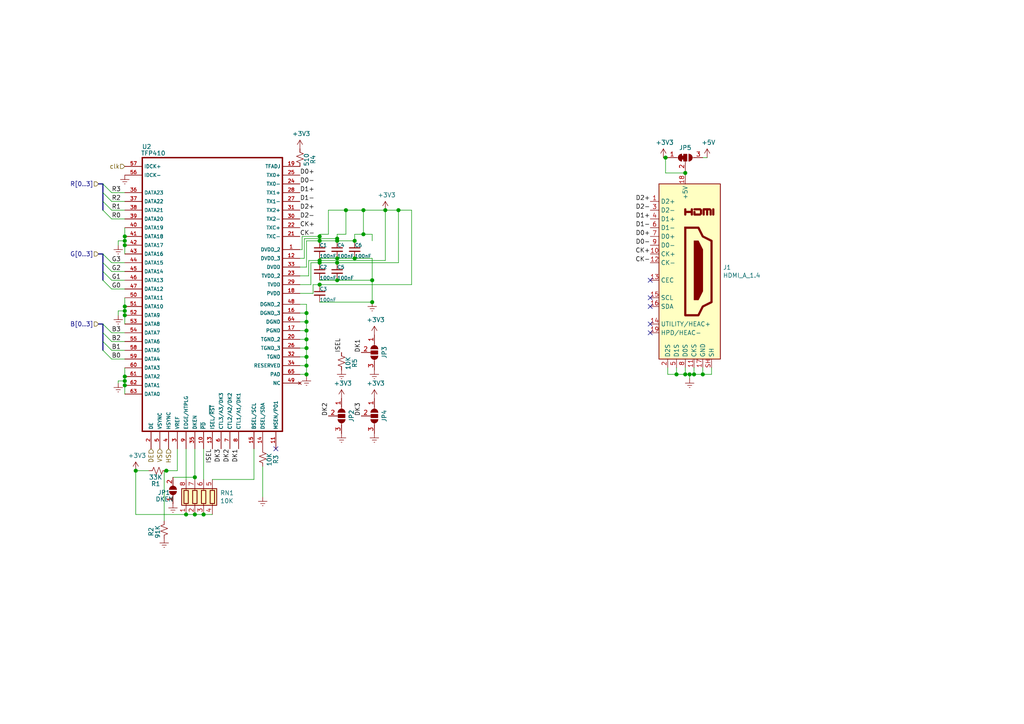
<source format=kicad_sch>
(kicad_sch (version 20200714) (host eeschema "(5.99.0-2671-gfc0a358ba)")
  (page 5 5)
  (paper "A4")
  (lib_symbols
    (symbol "Connector:HDMI_A_1.4" (pin_names (offset 0.508))
      (property "Reference" "J" (at -6.35 26.67 0))
      (property "Value" "HDMI_A_1.4" (at 10.16 26.67 0))
      (symbol "HDMI_A_1.4_0_1"
        (rectangle (start -7.62 25.4) (end 10.16 -25.4) (stroke (width 0.254)) (fill (type background)))
        (polyline (pts (xy 2.54 8.89) (xy 3.81 8.89) (xy 5.08 6.35) (xy 5.08 -5.715) (xy 3.81 -8.255) (xy 2.54 -8.255) (xy 2.54 8.89)) (fill (type outline)))
        (polyline (pts (xy 5.334 16.51) (xy 5.334 18.034) (xy 6.35 18.034) (xy 6.35 16.51) (xy 6.35 18.034) (xy 7.112 18.034) (xy 7.366 17.78) (xy 7.366 16.51)) (stroke (width 0.635)))
        (polyline (pts (xy 0 12.7) (xy 0 -12.7) (xy 3.81 -12.7) (xy 5.08 -10.16) (xy 7.62 -8.89) (xy 7.62 8.89) (xy 5.08 10.16) (xy 3.81 12.7) (xy 0 12.7)) (stroke (width 0.635)))
      )
      (symbol "HDMI_A_1.4_0_0"
        (polyline (pts (xy 8.128 16.51) (xy 8.128 18.034)) (stroke (width 0.635)))
        (polyline (pts (xy 0 16.51) (xy 0 18.034) (xy 0 17.272) (xy 1.905 17.272) (xy 1.905 18.034) (xy 1.905 16.51)) (stroke (width 0.635)))
        (polyline (pts (xy 2.667 18.034) (xy 4.318 18.034) (xy 4.572 17.78) (xy 4.572 16.764) (xy 4.318 16.51) (xy 2.667 16.51) (xy 2.667 17.272)) (stroke (width 0.635)))
      )
      (symbol "HDMI_A_1.4_1_1"
        (pin passive line (at -10.16 20.32 0) (length 2.54) (name "D2+") (number "1"))
        (pin passive line (at -10.16 5.08 0) (length 2.54) (name "CK+") (number "10"))
        (pin power_in line (at 2.54 -27.94 90) (length 2.54) (name "CKS") (number "11"))
        (pin passive line (at -10.16 2.54 0) (length 2.54) (name "CK-") (number "12"))
        (pin bidirectional line (at -10.16 -2.54 0) (length 2.54) (name "CEC") (number "13"))
        (pin passive line (at -10.16 -15.24 0) (length 2.54) (name "UTILITY/HEAC+") (number "14"))
        (pin passive line (at -10.16 -7.62 0) (length 2.54) (name "SCL") (number "15"))
        (pin bidirectional line (at -10.16 -10.16 0) (length 2.54) (name "SDA") (number "16"))
        (pin power_in line (at 5.08 -27.94 90) (length 2.54) (name "GND") (number "17"))
        (pin power_in line (at 0 27.94 270) (length 2.54) (name "+5V") (number "18"))
        (pin passive line (at -10.16 -17.78 0) (length 2.54) (name "HPD/HEAC-") (number "19"))
        (pin power_in line (at -5.08 -27.94 90) (length 2.54) (name "D2S") (number "2"))
        (pin passive line (at -10.16 17.78 0) (length 2.54) (name "D2-") (number "3"))
        (pin passive line (at -10.16 15.24 0) (length 2.54) (name "D1+") (number "4"))
        (pin power_in line (at -2.54 -27.94 90) (length 2.54) (name "D1S") (number "5"))
        (pin passive line (at -10.16 12.7 0) (length 2.54) (name "D1-") (number "6"))
        (pin passive line (at -10.16 10.16 0) (length 2.54) (name "D0+") (number "7"))
        (pin power_in line (at 0 -27.94 90) (length 2.54) (name "D0S") (number "8"))
        (pin passive line (at -10.16 7.62 0) (length 2.54) (name "D0-") (number "9"))
        (pin passive line (at 7.62 -27.94 90) (length 2.54) (name "SH") (number "SH"))
      )
    )
    (symbol "Custom_Symbols:TFP_410"
      (property "Reference" "U" (at 19.05 31.75 0))
      (property "Value" "TFP_410" (at 20.32 36.83 0))
      (symbol "TFP_410_1_1"
        (polyline (pts (xy 0 0) (xy 40.64 0)) (stroke (width 0.4064)))
        (polyline (pts (xy 0 79.375) (xy 0 0)) (stroke (width 0.4064)))
        (polyline (pts (xy 40.64 0) (xy 40.64 79.375)) (stroke (width 0.4064)))
        (polyline (pts (xy 40.64 79.375) (xy 0 79.375)) (stroke (width 0.4064)))
        (pin power_in line (at 45.72 52.705 180) (length 5.08) (name "DVDD_2") (number "1"))
        (pin input line (at 17.78 -5.08 90) (length 5.08) (name "~PD") (number "10"))
        (pin output line (at 38.735 -5.08 90) (length 5.08) (name "MSEN/PO1") (number "11"))
        (pin power_in line (at 45.72 50.165 180) (length 5.08) (name "DVDD_3") (number "12"))
        (pin input line (at 20.32 -5.08 90) (length 5.08) (name "ISEL/~RST") (number "13"))
        (pin bidirectional line (at 34.925 -5.08 90) (length 5.08) (name "DSEL/SDA") (number "14"))
        (pin input line (at 32.385 -5.08 90) (length 5.08) (name "BSEL/SCL") (number "15"))
        (pin passive line (at 45.72 34.29 180) (length 5.08) (name "DGND_3") (number "16"))
        (pin passive line (at 45.72 29.21 180) (length 5.08) (name "PGND") (number "17"))
        (pin power_in line (at 45.72 40.005 180) (length 5.08) (name "PVDD") (number "18"))
        (pin input line (at 45.72 76.835 180) (length 5.08) (name "TFADJ") (number "19"))
        (pin input line (at 2.54 -5.08 90) (length 5.08) (name "DE") (number "2"))
        (pin passive line (at 45.72 26.67 180) (length 5.08) (name "TGND_2") (number "20"))
        (pin output line (at 45.72 56.515 180) (length 5.08) (name "TXC-") (number "21"))
        (pin output line (at 45.72 59.055 180) (length 5.08) (name "TXC+") (number "22"))
        (pin power_in line (at 45.72 45.085 180) (length 5.08) (name "TVDD_2") (number "23"))
        (pin output line (at 45.72 71.755 180) (length 5.08) (name "TX0-") (number "24"))
        (pin output line (at 45.72 74.295 180) (length 5.08) (name "TX0+") (number "25"))
        (pin passive line (at 45.72 24.13 180) (length 5.08) (name "TGND_3") (number "26"))
        (pin output line (at 45.72 66.675 180) (length 5.08) (name "TX1-") (number "27"))
        (pin output line (at 45.72 69.215 180) (length 5.08) (name "TX1+") (number "28"))
        (pin power_in line (at 45.72 42.545 180) (length 5.08) (name "TVDD") (number "29"))
        (pin input line (at 10.16 -5.08 90) (length 5.08) (name "VREF") (number "3"))
        (pin output line (at 45.72 61.595 180) (length 5.08) (name "TX2-") (number "30"))
        (pin output line (at 45.72 64.135 180) (length 5.08) (name "TX2+") (number "31"))
        (pin passive line (at 45.72 21.59 180) (length 5.08) (name "TGND") (number "32"))
        (pin power_in line (at 45.72 47.625 180) (length 5.08) (name "DVDD") (number "33"))
        (pin passive line (at 45.72 19.05 180) (length 5.08) (name "RESERVED") (number "34"))
        (pin input line (at 15.24 -5.08 90) (length 5.08) (name "DKEN") (number "35"))
        (pin input line (at -5.08 69.215 0) (length 5.08) (name "DATA23") (number "36"))
        (pin input line (at -5.08 66.675 0) (length 5.08) (name "DATA22") (number "37"))
        (pin input line (at -5.08 64.135 0) (length 5.08) (name "DATA21") (number "38"))
        (pin input line (at -5.08 61.595 0) (length 5.08) (name "DATA20") (number "39"))
        (pin input line (at 7.62 -5.08 90) (length 5.08) (name "HSYNC") (number "4"))
        (pin input line (at -5.08 59.055 0) (length 5.08) (name "DATA19") (number "40"))
        (pin input line (at -5.08 56.515 0) (length 5.08) (name "DATA18") (number "41"))
        (pin input line (at -5.08 53.975 0) (length 5.08) (name "DATA17") (number "42"))
        (pin input line (at -5.08 51.435 0) (length 5.08) (name "DATA16") (number "43"))
        (pin input line (at -5.08 48.895 0) (length 5.08) (name "DATA15") (number "44"))
        (pin input line (at -5.08 46.355 0) (length 5.08) (name "DATA14") (number "45"))
        (pin input line (at -5.08 43.815 0) (length 5.08) (name "DATA13") (number "46"))
        (pin input line (at -5.08 41.275 0) (length 5.08) (name "DATA12") (number "47"))
        (pin passive line (at 45.72 36.83 180) (length 5.08) (name "DGND_2") (number "48"))
        (pin unconnected line (at 45.72 13.97 180) (length 5.08) (name "NC") (number "49"))
        (pin input line (at 5.08 -5.08 90) (length 5.08) (name "VSYNC") (number "5"))
        (pin input line (at -5.08 38.735 0) (length 5.08) (name "DATA11") (number "50"))
        (pin input line (at -5.08 36.195 0) (length 5.08) (name "DATA10") (number "51"))
        (pin input line (at -5.08 33.655 0) (length 5.08) (name "DATA9") (number "52"))
        (pin input line (at -5.08 31.115 0) (length 5.08) (name "DATA8") (number "53"))
        (pin input line (at -5.08 28.575 0) (length 5.08) (name "DATA7") (number "54"))
        (pin input line (at -5.08 26.035 0) (length 5.08) (name "DATA6") (number "55"))
        (pin input line (at -5.08 74.295 0) (length 5.08) (name "IDCK-") (number "56"))
        (pin input line (at -5.08 76.835 0) (length 5.08) (name "IDCK+") (number "57"))
        (pin input line (at -5.08 23.495 0) (length 5.08) (name "DATA5") (number "58"))
        (pin input line (at -5.08 20.955 0) (length 5.08) (name "DATA4") (number "59"))
        (pin input line (at 22.86 -5.08 90) (length 5.08) (name "CTL3/A3/DK3") (number "6"))
        (pin input line (at -5.08 18.415 0) (length 5.08) (name "DATA3") (number "60"))
        (pin input line (at -5.08 15.875 0) (length 5.08) (name "DATA2") (number "61"))
        (pin input line (at -5.08 13.335 0) (length 5.08) (name "DATA1") (number "62"))
        (pin input line (at -5.08 10.795 0) (length 5.08) (name "DATA0") (number "63"))
        (pin passive line (at 45.72 31.75 180) (length 5.08) (name "DGND") (number "64"))
        (pin passive line (at 45.72 16.51 180) (length 5.08) (name "PAD") (number "65"))
        (pin input line (at 25.4 -5.08 90) (length 5.08) (name "CTL2/A2/DK2") (number "7"))
        (pin input line (at 27.94 -5.08 90) (length 5.08) (name "CTL1/A1/DK1") (number "8"))
        (pin input line (at 12.7 -5.08 90) (length 5.08) (name "EDGE/HTPLG") (number "9"))
      )
    )
    (symbol "Device:C_Small" (pin_numbers hide) (pin_names (offset 0.254) hide)
      (property "Reference" "C" (at 0.254 1.778 0))
      (property "Value" "C_Small" (at 0.254 -2.032 0))
      (symbol "C_Small_0_1"
        (polyline (pts (xy -1.524 -0.508) (xy 1.524 -0.508)) (stroke (width 0.3302)))
        (polyline (pts (xy -1.524 0.508) (xy 1.524 0.508)) (stroke (width 0.3048)))
      )
      (symbol "C_Small_1_1"
        (pin passive line (at 0 2.54 270) (length 2.032) (name "~") (number "1"))
        (pin passive line (at 0 -2.54 90) (length 2.032) (name "~") (number "2"))
      )
    )
    (symbol "Device:R_Pack04" (pin_names (offset 0) hide)
      (property "Reference" "RN" (at -7.62 0 90))
      (property "Value" "R_Pack04" (at 5.08 0 90))
      (symbol "R_Pack04_0_1"
        (rectangle (start -3.175 1.905) (end -1.905 -1.905) (stroke (width 0.254)))
        (rectangle (start -5.715 1.905) (end -4.445 -1.905) (stroke (width 0.254)))
        (rectangle (start -0.635 1.905) (end 0.635 -1.905) (stroke (width 0.254)))
        (rectangle (start -6.35 -2.413) (end 3.81 2.413) (stroke (width 0.254)) (fill (type background)))
        (rectangle (start 1.905 1.905) (end 3.175 -1.905) (stroke (width 0.254)))
        (polyline (pts (xy -2.54 -2.54) (xy -2.54 -1.905)))
        (polyline (pts (xy -2.54 1.905) (xy -2.54 2.54)))
        (polyline (pts (xy -5.08 -2.54) (xy -5.08 -1.905)))
        (polyline (pts (xy -5.08 1.905) (xy -5.08 2.54)))
        (polyline (pts (xy 0 -2.54) (xy 0 -1.905)))
        (polyline (pts (xy 0 1.905) (xy 0 2.54)))
        (polyline (pts (xy 2.54 -2.54) (xy 2.54 -1.905)))
        (polyline (pts (xy 2.54 1.905) (xy 2.54 2.54)))
      )
      (symbol "R_Pack04_1_1"
        (pin passive line (at -5.08 -5.08 90) (length 2.54) (name "R1.1") (number "1"))
        (pin passive line (at -5.08 5.08 270) (length 2.54) (name "R1.2") (number "8"))
        (pin passive line (at -2.54 -5.08 90) (length 2.54) (name "R2.1") (number "2"))
        (pin passive line (at -2.54 5.08 270) (length 2.54) (name "R2.2") (number "7"))
        (pin passive line (at 0 -5.08 90) (length 2.54) (name "R3.1") (number "3"))
        (pin passive line (at 0 5.08 270) (length 2.54) (name "R3.2") (number "6"))
        (pin passive line (at 2.54 -5.08 90) (length 2.54) (name "R4.1") (number "4"))
        (pin passive line (at 2.54 5.08 270) (length 2.54) (name "R4.2") (number "5"))
      )
    )
    (symbol "Device:R_Small_US" (pin_numbers hide) (pin_names (offset 0.254) hide)
      (property "Reference" "R" (at 0.762 0.508 0))
      (property "Value" "R_Small_US" (at 0.762 -1.016 0))
      (symbol "R_Small_US_1_1"
        (polyline (pts (xy 0 0) (xy 1.016 -0.381) (xy 0 -0.762) (xy -1.016 -1.143) (xy 0 -1.524)))
        (polyline (pts (xy 0 1.524) (xy 1.016 1.143) (xy 0 0.762) (xy -1.016 0.381) (xy 0 0)))
        (pin passive line (at 0 2.54 270) (length 1.016) (name "~") (number "1"))
        (pin passive line (at 0 -2.54 90) (length 1.016) (name "~") (number "2"))
      )
    )
    (symbol "Jumper:SolderJumper_2_Open" (pin_names (offset 0) hide)
      (property "Reference" "JP" (at 0 2.032 0))
      (property "Value" "SolderJumper_2_Open" (at 0 -2.54 0))
      (symbol "SolderJumper_2_Open_0_1"
        (arc (start -0.254 1.016) (end -0.254 -1.016) (radius (at -0.254 0) (length 1.016) (angles 90.1 -90.1)))
        (arc (start -0.254 1.016) (end -0.254 -1.016) (radius (at -0.254 0) (length 1.016) (angles 90.1 -90.1)) (fill (type outline)))
        (arc (start 0.254 -1.016) (end 0.254 1.016) (radius (at 0.254 0) (length 1.016) (angles -89.9 89.9)))
        (arc (start 0.254 -1.016) (end 0.254 1.016) (radius (at 0.254 0) (length 1.016) (angles -89.9 89.9)) (fill (type outline)))
        (polyline (pts (xy -0.254 1.016) (xy -0.254 -1.016)))
        (polyline (pts (xy 0.254 1.016) (xy 0.254 -1.016)))
      )
      (symbol "SolderJumper_2_Open_1_1"
        (pin passive line (at -3.81 0 0) (length 2.54) (name "A") (number "1"))
        (pin passive line (at 3.81 0 180) (length 2.54) (name "B") (number "2"))
      )
    )
    (symbol "Jumper:SolderJumper_3_Bridged12" (pin_names (offset 0) hide)
      (property "Reference" "JP" (at -2.54 -2.54 0))
      (property "Value" "SolderJumper_3_Bridged12" (at 0 2.794 0))
      (symbol "SolderJumper_3_Bridged12_0_1"
        (arc (start -1.016 1.016) (end -1.016 -1.016) (radius (at -1.016 0) (length 1.016) (angles 90.1 -90.1)))
        (arc (start -1.016 1.016) (end -1.016 -1.016) (radius (at -1.016 0) (length 1.016) (angles 90.1 -90.1)) (fill (type outline)))
        (arc (start 1.016 -1.016) (end 1.016 1.016) (radius (at 1.016 0) (length 1.016) (angles -89.9 89.9)))
        (arc (start 1.016 -1.016) (end 1.016 1.016) (radius (at 1.016 0) (length 1.016) (angles -89.9 89.9)) (fill (type outline)))
        (rectangle (start -1.016 0.508) (end -0.508 -0.508) (fill (type outline)))
        (rectangle (start -0.508 1.016) (end 0.508 -1.016) (fill (type outline)))
        (polyline (pts (xy -2.54 0) (xy -2.032 0)))
        (polyline (pts (xy -1.016 1.016) (xy -1.016 -1.016)))
        (polyline (pts (xy 0 -1.27) (xy 0 -1.016)))
        (polyline (pts (xy 1.016 1.016) (xy 1.016 -1.016)))
        (polyline (pts (xy 2.54 0) (xy 2.032 0)))
      )
      (symbol "SolderJumper_3_Bridged12_1_1"
        (pin passive line (at -5.08 0 0) (length 2.54) (name "A") (number "1"))
        (pin input line (at 0 -3.81 90) (length 2.54) (name "C") (number "2"))
        (pin passive line (at 5.08 0 180) (length 2.54) (name "B") (number "3"))
      )
    )
    (symbol "Jumper:SolderJumper_3_Open" (pin_names (offset 0) hide)
      (property "Reference" "JP" (at -2.54 -2.54 0))
      (property "Value" "SolderJumper_3_Open" (at 0 2.794 0))
      (symbol "SolderJumper_3_Open_0_1"
        (arc (start -1.016 1.016) (end -1.016 -1.016) (radius (at -1.016 0) (length 1.016) (angles 90.1 -90.1)))
        (arc (start -1.016 1.016) (end -1.016 -1.016) (radius (at -1.016 0) (length 1.016) (angles 90.1 -90.1)) (fill (type outline)))
        (arc (start 1.016 -1.016) (end 1.016 1.016) (radius (at 1.016 0) (length 1.016) (angles -89.9 89.9)))
        (arc (start 1.016 -1.016) (end 1.016 1.016) (radius (at 1.016 0) (length 1.016) (angles -89.9 89.9)) (fill (type outline)))
        (rectangle (start -0.508 1.016) (end 0.508 -1.016) (fill (type outline)))
        (polyline (pts (xy -2.54 0) (xy -2.032 0)))
        (polyline (pts (xy -1.016 1.016) (xy -1.016 -1.016)))
        (polyline (pts (xy 0 -1.27) (xy 0 -1.016)))
        (polyline (pts (xy 1.016 1.016) (xy 1.016 -1.016)))
        (polyline (pts (xy 2.54 0) (xy 2.032 0)))
      )
      (symbol "SolderJumper_3_Open_1_1"
        (pin passive line (at -5.08 0 0) (length 2.54) (name "A") (number "1"))
        (pin input line (at 0 -3.81 90) (length 2.54) (name "C") (number "2"))
        (pin passive line (at 5.08 0 180) (length 2.54) (name "B") (number "3"))
      )
    )
    (symbol "power:+3V3" (power) (pin_names (offset 0))
      (property "Value" "+3V3" (at 0 3.556 0))
      (symbol "+3V3_0_1"
        (polyline (pts (xy -0.762 1.27) (xy 0 2.54)))
        (polyline (pts (xy 0 0) (xy 0 2.54)))
        (polyline (pts (xy 0 2.54) (xy 0.762 1.27)))
      )
      (symbol "+3V3_1_1"
        (pin power_in line (at 0 0 90) (length 0) hide (name "+3V3") (number "1"))
      )
    )
    (symbol "power:+5V" (power) (pin_names (offset 0))
      (property "Value" "+5V" (at 0 3.556 0))
      (symbol "+5V_0_1"
        (polyline (pts (xy -0.762 1.27) (xy 0 2.54)))
        (polyline (pts (xy 0 0) (xy 0 2.54)))
        (polyline (pts (xy 0 2.54) (xy 0.762 1.27)))
      )
      (symbol "+5V_1_1"
        (pin power_in line (at 0 0 90) (length 0) hide (name "+5V") (number "1"))
      )
    )
    (symbol "power:GNDREF" (power) (pin_names (offset 0))
      (property "Value" "GNDREF" (at 0 -3.81 0))
      (symbol "GNDREF_0_1"
        (polyline (pts (xy -0.635 -1.905) (xy 0.635 -1.905)))
        (polyline (pts (xy -0.127 -2.54) (xy 0.127 -2.54)))
        (polyline (pts (xy 0 -1.27) (xy 0 0)))
        (polyline (pts (xy 1.27 -1.27) (xy -1.27 -1.27)))
      )
      (symbol "GNDREF_1_1"
        (pin power_in line (at 0 0 270) (length 0) hide (name "GNDREF") (number "1"))
      )
    )
  )
  (junction (at 36.195 68.58) (diameter 1.016))
  (junction (at 36.195 69.85) (diameter 1.016))
  (junction (at 36.195 71.12) (diameter 1.016))
  (junction (at 36.195 88.9) (diameter 1.016))
  (junction (at 36.195 90.17) (diameter 1.016))
  (junction (at 36.195 91.44) (diameter 1.016))
  (junction (at 36.195 109.22) (diameter 1.016))
  (junction (at 36.195 110.49) (diameter 1.016))
  (junction (at 36.195 111.76) (diameter 1.016))
  (junction (at 39.37 136.525) (diameter 1.016))
  (junction (at 48.26 136.525) (diameter 1.016))
  (junction (at 53.975 149.225) (diameter 1.016))
  (junction (at 56.515 138.43) (diameter 1.016))
  (junction (at 56.515 149.225) (diameter 1.016))
  (junction (at 59.055 149.225) (diameter 1.016))
  (junction (at 88.9 90.805) (diameter 1.016))
  (junction (at 88.9 93.345) (diameter 1.016))
  (junction (at 88.9 95.885) (diameter 1.016))
  (junction (at 88.9 98.425) (diameter 1.016))
  (junction (at 88.9 100.965) (diameter 1.016))
  (junction (at 88.9 103.505) (diameter 1.016))
  (junction (at 88.9 106.045) (diameter 1.016))
  (junction (at 88.9 108.585) (diameter 1.016))
  (junction (at 92.71 68.58) (diameter 1.016))
  (junction (at 92.71 69.85) (diameter 1.016))
  (junction (at 92.71 75.565) (diameter 1.016))
  (junction (at 92.71 76.2) (diameter 1.016))
  (junction (at 92.71 82.55) (diameter 1.016))
  (junction (at 97.79 69.215) (diameter 1.016))
  (junction (at 97.79 69.85) (diameter 1.016))
  (junction (at 97.79 74.93) (diameter 1.016))
  (junction (at 97.79 76.2) (diameter 1.016))
  (junction (at 97.79 81.28) (diameter 1.016))
  (junction (at 100.33 60.96) (diameter 1.016))
  (junction (at 102.87 69.85) (diameter 1.016))
  (junction (at 102.87 74.93) (diameter 1.016))
  (junction (at 105.41 60.96) (diameter 1.016))
  (junction (at 105.41 67.945) (diameter 1.016))
  (junction (at 107.95 81.28) (diameter 1.016))
  (junction (at 107.95 87.63) (diameter 1.016))
  (junction (at 111.76 60.96) (diameter 1.016))
  (junction (at 115.57 60.96) (diameter 1.016))
  (junction (at 193.04 45.72) (diameter 1.016))
  (junction (at 196.215 108.585) (diameter 1.016))
  (junction (at 198.755 50.165) (diameter 1.016))
  (junction (at 198.755 108.585) (diameter 1.016))
  (junction (at 200.025 108.585) (diameter 1.016))
  (junction (at 201.295 108.585) (diameter 1.016))
  (junction (at 203.835 108.585) (diameter 1.016))
  (no_connect (at 80.01 130.175))
  (no_connect (at 188.595 88.9))
  (no_connect (at 188.595 81.28))
  (no_connect (at 188.595 93.98))
  (no_connect (at 188.595 96.52))
  (no_connect (at 188.595 86.36))
  (bus_entry (at 29.845 53.34) (size 2.54 2.54) (stroke (width 0.1524)))
  (bus_entry (at 29.845 55.88) (size 2.54 2.54) (stroke (width 0.1524)))
  (bus_entry (at 29.845 58.42) (size 2.54 2.54) (stroke (width 0.1524)))
  (bus_entry (at 29.845 60.96) (size 2.54 2.54) (stroke (width 0.1524)))
  (bus_entry (at 29.845 73.66) (size 2.54 2.54) (stroke (width 0.1524)))
  (bus_entry (at 29.845 76.2) (size 2.54 2.54) (stroke (width 0.1524)))
  (bus_entry (at 29.845 78.74) (size 2.54 2.54) (stroke (width 0.1524)))
  (bus_entry (at 29.845 81.28) (size 2.54 2.54) (stroke (width 0.1524)))
  (bus_entry (at 29.845 93.98) (size 2.54 2.54) (stroke (width 0.1524)))
  (bus_entry (at 29.845 96.52) (size 2.54 2.54) (stroke (width 0.1524)))
  (bus_entry (at 29.845 99.06) (size 2.54 2.54) (stroke (width 0.1524)))
  (bus_entry (at 29.845 101.6) (size 2.54 2.54) (stroke (width 0.1524)))
  (wire (pts (xy 32.385 55.88) (xy 36.195 55.88)))
  (wire (pts (xy 32.385 60.96) (xy 36.195 60.96)))
  (wire (pts (xy 32.385 81.28) (xy 36.195 81.28)))
  (wire (pts (xy 34.29 69.85) (xy 36.195 69.85)))
  (wire (pts (xy 34.29 71.12) (xy 34.29 69.85)))
  (wire (pts (xy 34.29 90.17) (xy 36.195 90.17)))
  (wire (pts (xy 34.29 91.44) (xy 34.29 90.17)))
  (wire (pts (xy 34.29 110.49) (xy 36.195 110.49)))
  (wire (pts (xy 34.29 111.125) (xy 34.29 110.49)))
  (wire (pts (xy 36.195 58.42) (xy 32.385 58.42)))
  (wire (pts (xy 36.195 63.5) (xy 32.385 63.5)))
  (wire (pts (xy 36.195 66.04) (xy 36.195 68.58)))
  (wire (pts (xy 36.195 68.58) (xy 36.195 69.85)))
  (wire (pts (xy 36.195 69.85) (xy 36.195 71.12)))
  (wire (pts (xy 36.195 71.12) (xy 36.195 73.66)))
  (wire (pts (xy 36.195 76.2) (xy 32.385 76.2)))
  (wire (pts (xy 36.195 78.74) (xy 32.385 78.74)))
  (wire (pts (xy 36.195 83.82) (xy 32.385 83.82)))
  (wire (pts (xy 36.195 86.36) (xy 36.195 88.9)))
  (wire (pts (xy 36.195 88.9) (xy 36.195 90.17)))
  (wire (pts (xy 36.195 90.17) (xy 36.195 91.44)))
  (wire (pts (xy 36.195 91.44) (xy 36.195 93.98)))
  (wire (pts (xy 36.195 96.52) (xy 32.385 96.52)))
  (wire (pts (xy 36.195 99.06) (xy 32.385 99.06)))
  (wire (pts (xy 36.195 101.6) (xy 32.385 101.6)))
  (wire (pts (xy 36.195 104.14) (xy 32.385 104.14)))
  (wire (pts (xy 36.195 106.68) (xy 36.195 109.22)))
  (wire (pts (xy 36.195 109.22) (xy 36.195 110.49)))
  (wire (pts (xy 36.195 110.49) (xy 36.195 111.76)))
  (wire (pts (xy 36.195 111.76) (xy 36.195 114.3)))
  (wire (pts (xy 39.37 136.525) (xy 39.37 149.225)))
  (wire (pts (xy 39.37 149.225) (xy 53.975 149.225)))
  (wire (pts (xy 43.18 136.525) (xy 39.37 136.525)))
  (wire (pts (xy 47.625 136.525) (xy 48.26 136.525)))
  (wire (pts (xy 47.625 151.13) (xy 47.625 136.525)))
  (wire (pts (xy 50.165 138.43) (xy 56.515 138.43)))
  (wire (pts (xy 51.435 130.175) (xy 51.435 136.525)))
  (wire (pts (xy 51.435 136.525) (xy 48.26 136.525)))
  (wire (pts (xy 53.975 130.175) (xy 53.975 139.065)))
  (wire (pts (xy 53.975 149.225) (xy 56.515 149.225)))
  (wire (pts (xy 56.515 130.175) (xy 56.515 138.43)))
  (wire (pts (xy 56.515 138.43) (xy 56.515 139.065)))
  (wire (pts (xy 56.515 149.225) (xy 59.055 149.225)))
  (wire (pts (xy 59.055 130.175) (xy 59.055 139.065)))
  (wire (pts (xy 59.055 149.225) (xy 61.595 149.225)))
  (wire (pts (xy 73.66 130.175) (xy 73.66 139.065)))
  (wire (pts (xy 73.66 139.065) (xy 61.595 139.065)))
  (wire (pts (xy 76.2 135.255) (xy 76.2 144.145)))
  (wire (pts (xy 86.995 72.39) (xy 87.63 72.39)))
  (wire (pts (xy 86.995 74.93) (xy 88.265 74.93)))
  (wire (pts (xy 86.995 77.47) (xy 88.9 77.47)))
  (wire (pts (xy 86.995 80.01) (xy 89.535 80.01)))
  (wire (pts (xy 86.995 82.55) (xy 90.17 82.55)))
  (wire (pts (xy 86.995 85.09) (xy 90.805 85.09)))
  (wire (pts (xy 86.995 88.265) (xy 88.9 88.265)))
  (wire (pts (xy 86.995 90.805) (xy 88.9 90.805)))
  (wire (pts (xy 86.995 95.885) (xy 88.9 95.885)))
  (wire (pts (xy 86.995 100.965) (xy 88.9 100.965)))
  (wire (pts (xy 86.995 106.045) (xy 88.9 106.045)))
  (wire (pts (xy 87.63 68.58) (xy 92.71 68.58)))
  (wire (pts (xy 87.63 72.39) (xy 87.63 68.58)))
  (wire (pts (xy 88.265 69.215) (xy 97.79 69.215)))
  (wire (pts (xy 88.265 74.93) (xy 88.265 69.215)))
  (wire (pts (xy 88.9 69.85) (xy 88.9 77.47)))
  (wire (pts (xy 88.9 69.85) (xy 92.71 69.85)))
  (wire (pts (xy 88.9 88.265) (xy 88.9 90.805)))
  (wire (pts (xy 88.9 90.805) (xy 88.9 93.345)))
  (wire (pts (xy 88.9 93.345) (xy 86.995 93.345)))
  (wire (pts (xy 88.9 93.345) (xy 88.9 95.885)))
  (wire (pts (xy 88.9 95.885) (xy 88.9 98.425)))
  (wire (pts (xy 88.9 98.425) (xy 86.995 98.425)))
  (wire (pts (xy 88.9 98.425) (xy 88.9 100.965)))
  (wire (pts (xy 88.9 100.965) (xy 88.9 103.505)))
  (wire (pts (xy 88.9 103.505) (xy 86.995 103.505)))
  (wire (pts (xy 88.9 103.505) (xy 88.9 106.045)))
  (wire (pts (xy 88.9 106.045) (xy 88.9 108.585)))
  (wire (pts (xy 88.9 108.585) (xy 86.995 108.585)))
  (wire (pts (xy 88.9 109.22) (xy 88.9 108.585)))
  (wire (pts (xy 89.535 75.565) (xy 92.71 75.565)))
  (wire (pts (xy 89.535 80.01) (xy 89.535 75.565)))
  (wire (pts (xy 90.17 76.2) (xy 92.71 76.2)))
  (wire (pts (xy 90.17 82.55) (xy 90.17 76.2)))
  (wire (pts (xy 90.805 82.55) (xy 92.71 82.55)))
  (wire (pts (xy 90.805 85.09) (xy 90.805 82.55)))
  (wire (pts (xy 92.71 67.945) (xy 92.71 68.58)))
  (wire (pts (xy 92.71 68.58) (xy 92.71 69.85)))
  (wire (pts (xy 92.71 69.85) (xy 97.79 69.85)))
  (wire (pts (xy 92.71 74.93) (xy 97.79 74.93)))
  (wire (pts (xy 92.71 75.565) (xy 111.76 75.565)))
  (wire (pts (xy 92.71 76.2) (xy 92.71 75.565)))
  (wire (pts (xy 92.71 76.2) (xy 97.79 76.2)))
  (wire (pts (xy 92.71 81.28) (xy 97.79 81.28)))
  (wire (pts (xy 92.71 82.55) (xy 119.38 82.55)))
  (wire (pts (xy 92.71 87.63) (xy 107.95 87.63)))
  (wire (pts (xy 95.25 60.96) (xy 95.25 67.945)))
  (wire (pts (xy 95.25 60.96) (xy 100.33 60.96)))
  (wire (pts (xy 95.25 67.945) (xy 92.71 67.945)))
  (wire (pts (xy 97.79 67.945) (xy 97.79 69.215)))
  (wire (pts (xy 97.79 69.215) (xy 97.79 69.85)))
  (wire (pts (xy 97.79 69.85) (xy 102.87 69.85)))
  (wire (pts (xy 97.79 74.93) (xy 102.87 74.93)))
  (wire (pts (xy 97.79 76.2) (xy 115.57 76.2)))
  (wire (pts (xy 97.79 81.28) (xy 107.95 81.28)))
  (wire (pts (xy 100.33 60.96) (xy 100.33 67.945)))
  (wire (pts (xy 100.33 60.96) (xy 105.41 60.96)))
  (wire (pts (xy 100.33 67.945) (xy 97.79 67.945)))
  (wire (pts (xy 102.87 67.945) (xy 102.87 69.85)))
  (wire (pts (xy 102.87 67.945) (xy 105.41 67.945)))
  (wire (pts (xy 102.87 74.93) (xy 107.95 74.93)))
  (wire (pts (xy 105.41 60.96) (xy 105.41 67.945)))
  (wire (pts (xy 105.41 60.96) (xy 111.76 60.96)))
  (wire (pts (xy 105.41 67.945) (xy 107.95 67.945)))
  (wire (pts (xy 107.95 67.945) (xy 107.95 69.85)))
  (wire (pts (xy 107.95 74.93) (xy 107.95 81.28)))
  (wire (pts (xy 107.95 81.28) (xy 107.95 87.63)))
  (wire (pts (xy 111.76 60.96) (xy 111.76 75.565)))
  (wire (pts (xy 111.76 60.96) (xy 115.57 60.96)))
  (wire (pts (xy 115.57 60.96) (xy 115.57 76.2)))
  (wire (pts (xy 115.57 60.96) (xy 119.38 60.96)))
  (wire (pts (xy 119.38 60.96) (xy 119.38 82.55)))
  (wire (pts (xy 192.405 45.72) (xy 193.04 45.72)))
  (wire (pts (xy 193.04 45.72) (xy 193.04 50.165)))
  (wire (pts (xy 193.04 45.72) (xy 193.675 45.72)))
  (wire (pts (xy 193.04 50.165) (xy 198.755 50.165)))
  (wire (pts (xy 193.675 106.68) (xy 193.675 108.585)))
  (wire (pts (xy 193.675 108.585) (xy 196.215 108.585)))
  (wire (pts (xy 196.215 106.68) (xy 196.215 108.585)))
  (wire (pts (xy 196.215 108.585) (xy 198.755 108.585)))
  (wire (pts (xy 198.755 49.53) (xy 198.755 50.165)))
  (wire (pts (xy 198.755 50.165) (xy 198.755 50.8)))
  (wire (pts (xy 198.755 106.68) (xy 198.755 108.585)))
  (wire (pts (xy 198.755 108.585) (xy 200.025 108.585)))
  (wire (pts (xy 200.025 108.585) (xy 201.295 108.585)))
  (wire (pts (xy 200.025 109.855) (xy 200.025 108.585)))
  (wire (pts (xy 201.295 106.68) (xy 201.295 108.585)))
  (wire (pts (xy 201.295 108.585) (xy 203.835 108.585)))
  (wire (pts (xy 203.835 106.68) (xy 203.835 108.585)))
  (wire (pts (xy 203.835 108.585) (xy 206.375 108.585)))
  (wire (pts (xy 205.105 45.72) (xy 203.835 45.72)))
  (wire (pts (xy 206.375 108.585) (xy 206.375 106.68)))
  (bus (pts (xy 29.845 53.34) (xy 28.575 53.34)))
  (bus (pts (xy 29.845 53.34) (xy 29.845 55.88)))
  (bus (pts (xy 29.845 55.88) (xy 29.845 58.42)))
  (bus (pts (xy 29.845 58.42) (xy 29.845 60.96)))
  (bus (pts (xy 29.845 73.66) (xy 28.575 73.66)))
  (bus (pts (xy 29.845 73.66) (xy 29.845 76.2)))
  (bus (pts (xy 29.845 76.2) (xy 29.845 78.74)))
  (bus (pts (xy 29.845 78.74) (xy 29.845 81.28)))
  (bus (pts (xy 29.845 93.98) (xy 28.575 93.98)))
  (bus (pts (xy 29.845 93.98) (xy 29.845 96.52)))
  (bus (pts (xy 29.845 96.52) (xy 29.845 99.06)))
  (bus (pts (xy 29.845 99.06) (xy 29.845 101.6)))
  (label "R3" (at 32.385 55.88 0))
  (label "R2" (at 32.385 58.42 0))
  (label "R1" (at 32.385 60.96 0))
  (label "R0" (at 32.385 63.5 0))
  (label "G3" (at 32.385 76.2 0))
  (label "G2" (at 32.385 78.74 0))
  (label "G1" (at 32.385 81.28 0))
  (label "G0" (at 32.385 83.82 0))
  (label "B3" (at 32.385 96.52 0))
  (label "B2" (at 32.385 99.06 0))
  (label "B1" (at 32.385 101.6 0))
  (label "B0" (at 32.385 104.14 0))
  (label "ISEL" (at 61.595 130.175 270))
  (label "DK3" (at 64.135 130.175 270))
  (label "DK2" (at 66.675 130.175 270))
  (label "DK1" (at 69.215 130.175 270))
  (label "D0+" (at 86.995 50.8 0))
  (label "D0-" (at 86.995 53.34 0))
  (label "D1+" (at 86.995 55.88 0))
  (label "D1-" (at 86.995 58.42 0))
  (label "D2+" (at 86.995 60.96 0))
  (label "D2-" (at 86.995 63.5 0))
  (label "CK+" (at 86.995 66.04 0))
  (label "CK-" (at 86.995 68.58 0))
  (label "DK2" (at 95.25 120.65 90))
  (label "ISEL" (at 99.06 102.235 90))
  (label "DK1" (at 104.775 102.235 90))
  (label "DK3" (at 104.775 120.65 90))
  (label "D2+" (at 188.595 58.42 180))
  (label "D2-" (at 188.595 60.96 180))
  (label "D1+" (at 188.595 63.5 180))
  (label "D1-" (at 188.595 66.04 180))
  (label "D0+" (at 188.595 68.58 180))
  (label "D0-" (at 188.595 71.12 180))
  (label "CK+" (at 188.595 73.66 180))
  (label "CK-" (at 188.595 76.2 180))
  (hierarchical_label "R[0..3]" (shape input) (at 28.575 53.34 180))
  (hierarchical_label "G[0..3]" (shape input) (at 28.575 73.66 180))
  (hierarchical_label "B[0..3]" (shape input) (at 28.575 93.98 180))
  (hierarchical_label "clk" (shape input) (at 36.195 48.26 180))
  (hierarchical_label "DE" (shape input) (at 43.815 130.175 270))
  (hierarchical_label "VS" (shape input) (at 46.355 130.175 270))
  (hierarchical_label "HS" (shape input) (at 48.895 130.175 270))
  (symbol (lib_id "power:+3V3") (at 39.37 136.525 0) (unit 1)
    (property "Reference" "#PWR029" (effects hide))
    (property "Value" "+3V3" (at 39.751 132.1308 0))
  )
  (symbol (lib_id "power:+3V3") (at 86.995 43.18 0) (unit 1)
    (property "Reference" "#PWR033" (effects hide))
    (property "Value" "+3V3" (at 87.376 38.7858 0))
  )
  (symbol (lib_id "power:+3V3") (at 99.06 115.57 0) (unit 1)
    (property "Reference" "#PWR036" (effects hide))
    (property "Value" "+3V3" (at 99.441 111.1758 0))
  )
  (symbol (lib_id "power:+3V3") (at 108.585 97.155 0) (unit 1)
    (property "Reference" "#PWR039" (effects hide))
    (property "Value" "+3V3" (at 108.966 92.7608 0))
  )
  (symbol (lib_id "power:+3V3") (at 108.585 115.57 0) (unit 1)
    (property "Reference" "#PWR041" (effects hide))
    (property "Value" "+3V3" (at 108.966 111.1758 0))
  )
  (symbol (lib_id "power:+3V3") (at 111.76 60.96 0) (unit 1)
    (property "Reference" "#PWR043" (effects hide))
    (property "Value" "+3V3" (at 112.141 56.5658 0))
  )
  (symbol (lib_id "power:+3V3") (at 192.405 45.72 0) (unit 1)
    (property "Reference" "#PWR044" (effects hide))
    (property "Value" "+3V3" (at 192.786 41.3258 0))
  )
  (symbol (lib_id "power:+5V") (at 205.105 45.72 0) (unit 1)
    (property "Reference" "#PWR046" (effects hide))
    (property "Value" "+5V" (at 205.486 41.3258 0))
  )
  (symbol (lib_id "power:GNDREF") (at 34.29 71.12 0) (unit 1)
    (property "Reference" "#PWR025" (effects hide))
    (property "Value" "GNDREF" (effects hide))
  )
  (symbol (lib_id "power:GNDREF") (at 34.29 91.44 0) (unit 1)
    (property "Reference" "#PWR026" (effects hide))
    (property "Value" "GNDREF" (effects hide))
  )
  (symbol (lib_id "power:GNDREF") (at 34.29 111.125 0) (unit 1)
    (property "Reference" "#PWR027" (effects hide))
    (property "Value" "GNDREF" (effects hide))
  )
  (symbol (lib_id "power:GNDREF") (at 36.195 50.8 0) (unit 1)
    (property "Reference" "#PWR028" (effects hide))
    (property "Value" "GNDREF" (effects hide))
  )
  (symbol (lib_id "power:GNDREF") (at 47.625 156.21 0) (unit 1)
    (property "Reference" "#PWR030" (effects hide))
    (property "Value" "GNDREF" (effects hide))
  )
  (symbol (lib_id "power:GNDREF") (at 50.165 146.05 0) (unit 1)
    (property "Reference" "#PWR031" (effects hide))
    (property "Value" "GNDREF" (effects hide))
  )
  (symbol (lib_id "power:GNDREF") (at 76.2 144.145 0) (unit 1)
    (property "Reference" "#PWR032" (effects hide))
    (property "Value" "GNDREF" (effects hide))
  )
  (symbol (lib_id "power:GNDREF") (at 88.9 109.22 0) (unit 1)
    (property "Reference" "#PWR034" (effects hide))
    (property "Value" "GNDREF" (effects hide))
  )
  (symbol (lib_id "power:GNDREF") (at 99.06 107.315 0) (unit 1)
    (property "Reference" "#PWR035" (effects hide))
    (property "Value" "GNDREF" (effects hide))
  )
  (symbol (lib_id "power:GNDREF") (at 99.06 125.73 0) (unit 1)
    (property "Reference" "#PWR037" (effects hide))
    (property "Value" "GNDREF" (effects hide))
  )
  (symbol (lib_id "power:GNDREF") (at 107.95 87.63 0) (unit 1)
    (property "Reference" "#PWR038" (effects hide))
    (property "Value" "GNDREF" (effects hide))
  )
  (symbol (lib_id "power:GNDREF") (at 108.585 107.315 0) (unit 1)
    (property "Reference" "#PWR040" (effects hide))
    (property "Value" "GNDREF" (effects hide))
  )
  (symbol (lib_id "power:GNDREF") (at 108.585 125.73 0) (unit 1)
    (property "Reference" "#PWR042" (effects hide))
    (property "Value" "GNDREF" (effects hide))
  )
  (symbol (lib_id "power:GNDREF") (at 200.025 109.855 0) (unit 1)
    (property "Reference" "#PWR045" (effects hide))
    (property "Value" "GNDREF" (effects hide))
  )
  (symbol (lib_id "Device:R_Small_US") (at 45.72 136.525 270) (unit 1)
    (property "Reference" "R1" (at 43.815 140.335 90) (effects (justify left)))
    (property "Value" "33K" (at 43.18 138.43 90) (effects (justify left)))
    (property "Footprint" "Resistor_SMD:R_0603_1608Metric" (effects hide))
  )
  (symbol (lib_id "Device:R_Small_US") (at 47.625 153.67 0) (mirror y) (unit 1)
    (property "Reference" "R2" (at 43.815 155.575 90) (effects (justify left)))
    (property "Value" "91K" (at 45.72 156.21 90) (effects (justify left)))
    (property "Footprint" "Resistor_SMD:R_0603_1608Metric" (effects hide))
  )
  (symbol (lib_id "Device:R_Small_US") (at 76.2 132.715 0) (unit 1)
    (property "Reference" "R3" (at 80.01 134.62 90) (effects (justify left)))
    (property "Value" "10K" (at 78.105 135.255 90) (effects (justify left)))
    (property "Footprint" "Resistor_SMD:R_0603_1608Metric" (effects hide))
  )
  (symbol (lib_id "Device:R_Small_US") (at 86.995 45.72 0) (unit 1)
    (property "Reference" "R4" (at 90.805 47.625 90) (effects (justify left)))
    (property "Value" "510" (at 88.9 48.26 90) (effects (justify left)))
    (property "Footprint" "Resistor_SMD:R_0603_1608Metric_Pad1.05x0.95mm_HandSolder" (effects hide))
  )
  (symbol (lib_id "Device:R_Small_US") (at 99.06 104.775 0) (unit 1)
    (property "Reference" "R5" (at 102.87 106.68 90) (effects (justify left)))
    (property "Value" "10K" (at 100.965 107.315 90) (effects (justify left)))
    (property "Footprint" "Resistor_SMD:R_0603_1608Metric" (effects hide))
  )
  (symbol (lib_id "Device:C_Small") (at 92.71 72.39 0) (unit 1)
    (property "Reference" "C1" (at 92.71 71.12 0) (effects (font (size 1.016 1.016)) (justify left)))
    (property "Value" "100nF" (at 92.71 74.295 0) (effects (font (size 1.016 1.016)) (justify left)))
    (property "Footprint" "Capacitor_SMD:C_0603_1608Metric_Pad1.05x0.95mm_HandSolder" (effects hide))
  )
  (symbol (lib_id "Device:C_Small") (at 92.71 78.74 0) (unit 1)
    (property "Reference" "C2" (at 92.71 77.47 0) (effects (font (size 1.016 1.016)) (justify left)))
    (property "Value" "100nF" (at 92.71 80.645 0) (effects (font (size 1.016 1.016)) (justify left)))
    (property "Footprint" "Capacitor_SMD:C_0603_1608Metric_Pad1.05x0.95mm_HandSolder" (effects hide))
  )
  (symbol (lib_id "Device:C_Small") (at 92.71 85.09 0) (unit 1)
    (property "Reference" "C3" (at 92.71 83.82 0) (effects (font (size 1.016 1.016)) (justify left)))
    (property "Value" "100nF" (at 92.71 86.995 0) (effects (font (size 1.016 1.016)) (justify left)))
    (property "Footprint" "Capacitor_SMD:C_0603_1608Metric_Pad1.05x0.95mm_HandSolder" (effects hide))
  )
  (symbol (lib_id "Device:C_Small") (at 97.79 72.39 0) (unit 1)
    (property "Reference" "C4" (at 97.79 71.12 0) (effects (font (size 1.016 1.016)) (justify left)))
    (property "Value" "100nF" (at 97.79 74.295 0) (effects (font (size 1.016 1.016)) (justify left)))
    (property "Footprint" "Capacitor_SMD:C_0603_1608Metric_Pad1.05x0.95mm_HandSolder" (effects hide))
  )
  (symbol (lib_id "Device:C_Small") (at 97.79 78.74 0) (unit 1)
    (property "Reference" "C5" (at 97.79 77.47 0) (effects (font (size 1.016 1.016)) (justify left)))
    (property "Value" "100nF" (at 97.79 80.645 0) (effects (font (size 1.016 1.016)) (justify left)))
    (property "Footprint" "Capacitor_SMD:C_0603_1608Metric_Pad1.05x0.95mm_HandSolder" (effects hide))
  )
  (symbol (lib_id "Device:C_Small") (at 102.87 72.39 0) (unit 1)
    (property "Reference" "C6" (at 102.87 71.12 0) (effects (font (size 1.016 1.016)) (justify left)))
    (property "Value" "100nF" (at 102.87 74.295 0) (effects (font (size 1.016 1.016)) (justify left)))
    (property "Footprint" "Capacitor_SMD:C_0603_1608Metric_Pad1.05x0.95mm_HandSolder" (effects hide))
  )
  (symbol (lib_id "Jumper:SolderJumper_2_Open") (at 50.165 142.24 90) (unit 1)
    (property "Reference" "JP1" (at 45.72 142.875 90) (effects (justify right)))
    (property "Value" "DKEN" (at 45.085 144.78 90) (effects (justify right)))
    (property "Footprint" "Custom_Parts:Jumper_2_Pin_Unbridged" (effects hide))
  )
  (symbol (lib_id "Jumper:SolderJumper_3_Open") (at 99.06 120.65 270) (unit 1)
    (property "Reference" "JP2" (at 101.9302 120.65 0))
    (property "Value" "DK2" (effects hide))
    (property "Footprint" "Custom_Parts:jumper_unbridged" (effects hide))
  )
  (symbol (lib_id "Jumper:SolderJumper_3_Open") (at 108.585 102.235 270) (unit 1)
    (property "Reference" "JP3" (at 111.4552 102.235 0))
    (property "Value" "DK1" (effects hide))
    (property "Footprint" "Custom_Parts:jumper_unbridged" (effects hide))
  )
  (symbol (lib_id "Jumper:SolderJumper_3_Open") (at 108.585 120.65 270) (unit 1)
    (property "Reference" "JP4" (at 111.4552 120.65 0))
    (property "Value" "DK3" (effects hide))
    (property "Footprint" "Custom_Parts:jumper_unbridged" (effects hide))
  )
  (symbol (lib_id "Jumper:SolderJumper_3_Bridged12") (at 198.755 45.72 0) (unit 1)
    (property "Reference" "JP5" (at 198.755 42.8498 0))
    (property "Value" "V_Sel" (effects hide))
    (property "Footprint" "Custom_Parts:jumper_1_2_bridged" (effects hide))
  )
  (symbol (lib_id "Device:R_Pack04") (at 59.055 144.145 0) (unit 1)
    (property "Reference" "RN1" (at 63.8302 142.9766 0) (effects (justify left)))
    (property "Value" "10K" (at 63.8302 145.288 0) (effects (justify left)))
    (property "Footprint" "Resistor_SMD:R_Array_Concave_4x0603" (effects hide))
  )
  (symbol (lib_id "Connector:HDMI_A_1.4") (at 198.755 78.74 0) (unit 1)
    (property "Reference" "J1" (at 209.677 77.5716 0) (effects (justify left)))
    (property "Value" "HDMI_A_1.4" (at 209.677 79.883 0) (effects (justify left)))
    (property "Footprint" "Custom_Parts:HDMI" (effects hide))
    (property "Datasheet" "https://en.wikipedia.org/wiki/HDMI" (effects hide))
  )
  (symbol (lib_id "Custom_Symbols:TFP_410") (at 41.275 125.095 0) (unit 1)
    (property "Reference" "U2" (at 42.545 42.545 0))
    (property "Value" "TFP410" (at 44.45 44.45 0))
    (property "Footprint" "Package_QFP:HTQFP-64-1EP_10x10mm_P0.5mm_EP8x8mm_Mask4.4x4.4mm_ThermalVias" (effects hide))
    (property "Field4" "74K3960" (effects hide))
    (property "Field5" "TFP410" (effects hide))
    (property "Field6" "HTQFP-64" (effects hide))
    (property "Field7" "Texas Instruments" (effects hide))
  )
)
</source>
